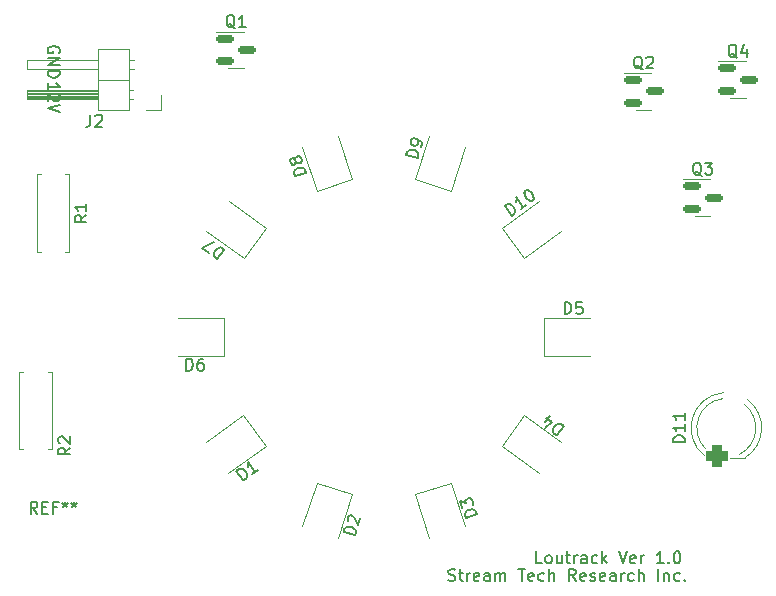
<source format=gto>
G04 #@! TF.GenerationSoftware,KiCad,Pcbnew,(6.0.9-0)*
G04 #@! TF.CreationDate,2024-08-31T06:56:55+09:00*
G04 #@! TF.ProjectId,LEDHat,4c454448-6174-42e6-9b69-6361645f7063,rev?*
G04 #@! TF.SameCoordinates,Original*
G04 #@! TF.FileFunction,Legend,Top*
G04 #@! TF.FilePolarity,Positive*
%FSLAX46Y46*%
G04 Gerber Fmt 4.6, Leading zero omitted, Abs format (unit mm)*
G04 Created by KiCad (PCBNEW (6.0.9-0)) date 2024-08-31 06:56:55*
%MOMM*%
%LPD*%
G01*
G04 APERTURE LIST*
G04 Aperture macros list*
%AMRoundRect*
0 Rectangle with rounded corners*
0 $1 Rounding radius*
0 $2 $3 $4 $5 $6 $7 $8 $9 X,Y pos of 4 corners*
0 Add a 4 corners polygon primitive as box body*
4,1,4,$2,$3,$4,$5,$6,$7,$8,$9,$2,$3,0*
0 Add four circle primitives for the rounded corners*
1,1,$1+$1,$2,$3*
1,1,$1+$1,$4,$5*
1,1,$1+$1,$6,$7*
1,1,$1+$1,$8,$9*
0 Add four rect primitives between the rounded corners*
20,1,$1+$1,$2,$3,$4,$5,0*
20,1,$1+$1,$4,$5,$6,$7,0*
20,1,$1+$1,$6,$7,$8,$9,0*
20,1,$1+$1,$8,$9,$2,$3,0*%
%AMRotRect*
0 Rectangle, with rotation*
0 The origin of the aperture is its center*
0 $1 length*
0 $2 width*
0 $3 Rotation angle, in degrees counterclockwise*
0 Add horizontal line*
21,1,$1,$2,0,0,$3*%
G04 Aperture macros list end*
%ADD10C,0.150000*%
%ADD11C,0.120000*%
%ADD12RotRect,2.500000X2.200000X144.000000*%
%ADD13RotRect,1.550000X2.200000X144.000000*%
%ADD14C,2.700000*%
%ADD15RotRect,2.500000X2.200000X108.000000*%
%ADD16RotRect,1.550000X2.200000X108.000000*%
%ADD17C,3.200000*%
%ADD18RoundRect,0.150000X-0.587500X-0.150000X0.587500X-0.150000X0.587500X0.150000X-0.587500X0.150000X0*%
%ADD19RoundRect,0.450000X0.450000X-0.450000X0.450000X0.450000X-0.450000X0.450000X-0.450000X-0.450000X0*%
%ADD20C,1.800000*%
%ADD21O,1.700000X1.700000*%
%ADD22R,1.700000X1.700000*%
%ADD23RotRect,2.500000X2.200000X216.000000*%
%ADD24RotRect,1.550000X2.200000X216.000000*%
%ADD25RotRect,2.500000X2.200000X252.000000*%
%ADD26RotRect,1.550000X2.200000X252.000000*%
%ADD27C,1.600000*%
%ADD28O,1.600000X1.600000*%
%ADD29R,2.500000X2.200000*%
%ADD30R,1.550000X2.200000*%
%ADD31RotRect,2.500000X2.200000X72.000000*%
%ADD32RotRect,1.550000X2.200000X72.000000*%
%ADD33RotRect,2.500000X2.200000X288.000000*%
%ADD34RotRect,1.550000X2.200000X288.000000*%
%ADD35RotRect,2.500000X2.200000X36.000000*%
%ADD36RotRect,1.550000X2.200000X36.000000*%
%ADD37RotRect,2.500000X2.200000X324.000000*%
%ADD38RotRect,1.550000X2.200000X324.000000*%
G04 APERTURE END LIST*
D10*
X53047619Y-72880952D02*
X53047619Y-72309523D01*
X53047619Y-72595238D02*
X54047619Y-72595238D01*
X53904761Y-72500000D01*
X53809523Y-72404761D01*
X53761904Y-72309523D01*
X53952380Y-73261904D02*
X54000000Y-73309523D01*
X54047619Y-73404761D01*
X54047619Y-73642857D01*
X54000000Y-73738095D01*
X53952380Y-73785714D01*
X53857142Y-73833333D01*
X53761904Y-73833333D01*
X53619047Y-73785714D01*
X53047619Y-73214285D01*
X53047619Y-73833333D01*
X54047619Y-74119047D02*
X53047619Y-74452380D01*
X54047619Y-74785714D01*
X86976190Y-114404761D02*
X87119047Y-114452380D01*
X87357142Y-114452380D01*
X87452380Y-114404761D01*
X87500000Y-114357142D01*
X87547619Y-114261904D01*
X87547619Y-114166666D01*
X87500000Y-114071428D01*
X87452380Y-114023809D01*
X87357142Y-113976190D01*
X87166666Y-113928571D01*
X87071428Y-113880952D01*
X87023809Y-113833333D01*
X86976190Y-113738095D01*
X86976190Y-113642857D01*
X87023809Y-113547619D01*
X87071428Y-113500000D01*
X87166666Y-113452380D01*
X87404761Y-113452380D01*
X87547619Y-113500000D01*
X87833333Y-113785714D02*
X88214285Y-113785714D01*
X87976190Y-113452380D02*
X87976190Y-114309523D01*
X88023809Y-114404761D01*
X88119047Y-114452380D01*
X88214285Y-114452380D01*
X88547619Y-114452380D02*
X88547619Y-113785714D01*
X88547619Y-113976190D02*
X88595238Y-113880952D01*
X88642857Y-113833333D01*
X88738095Y-113785714D01*
X88833333Y-113785714D01*
X89547619Y-114404761D02*
X89452380Y-114452380D01*
X89261904Y-114452380D01*
X89166666Y-114404761D01*
X89119047Y-114309523D01*
X89119047Y-113928571D01*
X89166666Y-113833333D01*
X89261904Y-113785714D01*
X89452380Y-113785714D01*
X89547619Y-113833333D01*
X89595238Y-113928571D01*
X89595238Y-114023809D01*
X89119047Y-114119047D01*
X90452380Y-114452380D02*
X90452380Y-113928571D01*
X90404761Y-113833333D01*
X90309523Y-113785714D01*
X90119047Y-113785714D01*
X90023809Y-113833333D01*
X90452380Y-114404761D02*
X90357142Y-114452380D01*
X90119047Y-114452380D01*
X90023809Y-114404761D01*
X89976190Y-114309523D01*
X89976190Y-114214285D01*
X90023809Y-114119047D01*
X90119047Y-114071428D01*
X90357142Y-114071428D01*
X90452380Y-114023809D01*
X90928571Y-114452380D02*
X90928571Y-113785714D01*
X90928571Y-113880952D02*
X90976190Y-113833333D01*
X91071428Y-113785714D01*
X91214285Y-113785714D01*
X91309523Y-113833333D01*
X91357142Y-113928571D01*
X91357142Y-114452380D01*
X91357142Y-113928571D02*
X91404761Y-113833333D01*
X91500000Y-113785714D01*
X91642857Y-113785714D01*
X91738095Y-113833333D01*
X91785714Y-113928571D01*
X91785714Y-114452380D01*
X92880952Y-113452380D02*
X93452380Y-113452380D01*
X93166666Y-114452380D02*
X93166666Y-113452380D01*
X94166666Y-114404761D02*
X94071428Y-114452380D01*
X93880952Y-114452380D01*
X93785714Y-114404761D01*
X93738095Y-114309523D01*
X93738095Y-113928571D01*
X93785714Y-113833333D01*
X93880952Y-113785714D01*
X94071428Y-113785714D01*
X94166666Y-113833333D01*
X94214285Y-113928571D01*
X94214285Y-114023809D01*
X93738095Y-114119047D01*
X95071428Y-114404761D02*
X94976190Y-114452380D01*
X94785714Y-114452380D01*
X94690476Y-114404761D01*
X94642857Y-114357142D01*
X94595238Y-114261904D01*
X94595238Y-113976190D01*
X94642857Y-113880952D01*
X94690476Y-113833333D01*
X94785714Y-113785714D01*
X94976190Y-113785714D01*
X95071428Y-113833333D01*
X95500000Y-114452380D02*
X95500000Y-113452380D01*
X95928571Y-114452380D02*
X95928571Y-113928571D01*
X95880952Y-113833333D01*
X95785714Y-113785714D01*
X95642857Y-113785714D01*
X95547619Y-113833333D01*
X95500000Y-113880952D01*
X97738095Y-114452380D02*
X97404761Y-113976190D01*
X97166666Y-114452380D02*
X97166666Y-113452380D01*
X97547619Y-113452380D01*
X97642857Y-113500000D01*
X97690476Y-113547619D01*
X97738095Y-113642857D01*
X97738095Y-113785714D01*
X97690476Y-113880952D01*
X97642857Y-113928571D01*
X97547619Y-113976190D01*
X97166666Y-113976190D01*
X98547619Y-114404761D02*
X98452380Y-114452380D01*
X98261904Y-114452380D01*
X98166666Y-114404761D01*
X98119047Y-114309523D01*
X98119047Y-113928571D01*
X98166666Y-113833333D01*
X98261904Y-113785714D01*
X98452380Y-113785714D01*
X98547619Y-113833333D01*
X98595238Y-113928571D01*
X98595238Y-114023809D01*
X98119047Y-114119047D01*
X98976190Y-114404761D02*
X99071428Y-114452380D01*
X99261904Y-114452380D01*
X99357142Y-114404761D01*
X99404761Y-114309523D01*
X99404761Y-114261904D01*
X99357142Y-114166666D01*
X99261904Y-114119047D01*
X99119047Y-114119047D01*
X99023809Y-114071428D01*
X98976190Y-113976190D01*
X98976190Y-113928571D01*
X99023809Y-113833333D01*
X99119047Y-113785714D01*
X99261904Y-113785714D01*
X99357142Y-113833333D01*
X100214285Y-114404761D02*
X100119047Y-114452380D01*
X99928571Y-114452380D01*
X99833333Y-114404761D01*
X99785714Y-114309523D01*
X99785714Y-113928571D01*
X99833333Y-113833333D01*
X99928571Y-113785714D01*
X100119047Y-113785714D01*
X100214285Y-113833333D01*
X100261904Y-113928571D01*
X100261904Y-114023809D01*
X99785714Y-114119047D01*
X101119047Y-114452380D02*
X101119047Y-113928571D01*
X101071428Y-113833333D01*
X100976190Y-113785714D01*
X100785714Y-113785714D01*
X100690476Y-113833333D01*
X101119047Y-114404761D02*
X101023809Y-114452380D01*
X100785714Y-114452380D01*
X100690476Y-114404761D01*
X100642857Y-114309523D01*
X100642857Y-114214285D01*
X100690476Y-114119047D01*
X100785714Y-114071428D01*
X101023809Y-114071428D01*
X101119047Y-114023809D01*
X101595238Y-114452380D02*
X101595238Y-113785714D01*
X101595238Y-113976190D02*
X101642857Y-113880952D01*
X101690476Y-113833333D01*
X101785714Y-113785714D01*
X101880952Y-113785714D01*
X102642857Y-114404761D02*
X102547619Y-114452380D01*
X102357142Y-114452380D01*
X102261904Y-114404761D01*
X102214285Y-114357142D01*
X102166666Y-114261904D01*
X102166666Y-113976190D01*
X102214285Y-113880952D01*
X102261904Y-113833333D01*
X102357142Y-113785714D01*
X102547619Y-113785714D01*
X102642857Y-113833333D01*
X103071428Y-114452380D02*
X103071428Y-113452380D01*
X103500000Y-114452380D02*
X103500000Y-113928571D01*
X103452380Y-113833333D01*
X103357142Y-113785714D01*
X103214285Y-113785714D01*
X103119047Y-113833333D01*
X103071428Y-113880952D01*
X104738095Y-114452380D02*
X104738095Y-113452380D01*
X105214285Y-113785714D02*
X105214285Y-114452380D01*
X105214285Y-113880952D02*
X105261904Y-113833333D01*
X105357142Y-113785714D01*
X105500000Y-113785714D01*
X105595238Y-113833333D01*
X105642857Y-113928571D01*
X105642857Y-114452380D01*
X106547619Y-114404761D02*
X106452380Y-114452380D01*
X106261904Y-114452380D01*
X106166666Y-114404761D01*
X106119047Y-114357142D01*
X106071428Y-114261904D01*
X106071428Y-113976190D01*
X106119047Y-113880952D01*
X106166666Y-113833333D01*
X106261904Y-113785714D01*
X106452380Y-113785714D01*
X106547619Y-113833333D01*
X106976190Y-114357142D02*
X107023809Y-114404761D01*
X106976190Y-114452380D01*
X106928571Y-114404761D01*
X106976190Y-114357142D01*
X106976190Y-114452380D01*
X94904761Y-112952380D02*
X94428571Y-112952380D01*
X94428571Y-111952380D01*
X95380952Y-112952380D02*
X95285714Y-112904761D01*
X95238095Y-112857142D01*
X95190476Y-112761904D01*
X95190476Y-112476190D01*
X95238095Y-112380952D01*
X95285714Y-112333333D01*
X95380952Y-112285714D01*
X95523809Y-112285714D01*
X95619047Y-112333333D01*
X95666666Y-112380952D01*
X95714285Y-112476190D01*
X95714285Y-112761904D01*
X95666666Y-112857142D01*
X95619047Y-112904761D01*
X95523809Y-112952380D01*
X95380952Y-112952380D01*
X96571428Y-112285714D02*
X96571428Y-112952380D01*
X96142857Y-112285714D02*
X96142857Y-112809523D01*
X96190476Y-112904761D01*
X96285714Y-112952380D01*
X96428571Y-112952380D01*
X96523809Y-112904761D01*
X96571428Y-112857142D01*
X96904761Y-112285714D02*
X97285714Y-112285714D01*
X97047619Y-111952380D02*
X97047619Y-112809523D01*
X97095238Y-112904761D01*
X97190476Y-112952380D01*
X97285714Y-112952380D01*
X97619047Y-112952380D02*
X97619047Y-112285714D01*
X97619047Y-112476190D02*
X97666666Y-112380952D01*
X97714285Y-112333333D01*
X97809523Y-112285714D01*
X97904761Y-112285714D01*
X98666666Y-112952380D02*
X98666666Y-112428571D01*
X98619047Y-112333333D01*
X98523809Y-112285714D01*
X98333333Y-112285714D01*
X98238095Y-112333333D01*
X98666666Y-112904761D02*
X98571428Y-112952380D01*
X98333333Y-112952380D01*
X98238095Y-112904761D01*
X98190476Y-112809523D01*
X98190476Y-112714285D01*
X98238095Y-112619047D01*
X98333333Y-112571428D01*
X98571428Y-112571428D01*
X98666666Y-112523809D01*
X99571428Y-112904761D02*
X99476190Y-112952380D01*
X99285714Y-112952380D01*
X99190476Y-112904761D01*
X99142857Y-112857142D01*
X99095238Y-112761904D01*
X99095238Y-112476190D01*
X99142857Y-112380952D01*
X99190476Y-112333333D01*
X99285714Y-112285714D01*
X99476190Y-112285714D01*
X99571428Y-112333333D01*
X100000000Y-112952380D02*
X100000000Y-111952380D01*
X100095238Y-112571428D02*
X100380952Y-112952380D01*
X100380952Y-112285714D02*
X100000000Y-112666666D01*
X101428571Y-111952380D02*
X101761904Y-112952380D01*
X102095238Y-111952380D01*
X102809523Y-112904761D02*
X102714285Y-112952380D01*
X102523809Y-112952380D01*
X102428571Y-112904761D01*
X102380952Y-112809523D01*
X102380952Y-112428571D01*
X102428571Y-112333333D01*
X102523809Y-112285714D01*
X102714285Y-112285714D01*
X102809523Y-112333333D01*
X102857142Y-112428571D01*
X102857142Y-112523809D01*
X102380952Y-112619047D01*
X103285714Y-112952380D02*
X103285714Y-112285714D01*
X103285714Y-112476190D02*
X103333333Y-112380952D01*
X103380952Y-112333333D01*
X103476190Y-112285714D01*
X103571428Y-112285714D01*
X105190476Y-112952380D02*
X104619047Y-112952380D01*
X104904761Y-112952380D02*
X104904761Y-111952380D01*
X104809523Y-112095238D01*
X104714285Y-112190476D01*
X104619047Y-112238095D01*
X105619047Y-112857142D02*
X105666666Y-112904761D01*
X105619047Y-112952380D01*
X105571428Y-112904761D01*
X105619047Y-112857142D01*
X105619047Y-112952380D01*
X106285714Y-111952380D02*
X106380952Y-111952380D01*
X106476190Y-112000000D01*
X106523809Y-112047619D01*
X106571428Y-112142857D01*
X106619047Y-112333333D01*
X106619047Y-112571428D01*
X106571428Y-112761904D01*
X106523809Y-112857142D01*
X106476190Y-112904761D01*
X106380952Y-112952380D01*
X106285714Y-112952380D01*
X106190476Y-112904761D01*
X106142857Y-112857142D01*
X106095238Y-112761904D01*
X106047619Y-112571428D01*
X106047619Y-112333333D01*
X106095238Y-112142857D01*
X106142857Y-112047619D01*
X106190476Y-112000000D01*
X106285714Y-111952380D01*
X54000000Y-69738095D02*
X54047619Y-69642857D01*
X54047619Y-69500000D01*
X54000000Y-69357142D01*
X53904761Y-69261904D01*
X53809523Y-69214285D01*
X53619047Y-69166666D01*
X53476190Y-69166666D01*
X53285714Y-69214285D01*
X53190476Y-69261904D01*
X53095238Y-69357142D01*
X53047619Y-69500000D01*
X53047619Y-69595238D01*
X53095238Y-69738095D01*
X53142857Y-69785714D01*
X53476190Y-69785714D01*
X53476190Y-69595238D01*
X53047619Y-70214285D02*
X54047619Y-70214285D01*
X53047619Y-70785714D01*
X54047619Y-70785714D01*
X53047619Y-71261904D02*
X54047619Y-71261904D01*
X54047619Y-71500000D01*
X54000000Y-71642857D01*
X53904761Y-71738095D01*
X53809523Y-71785714D01*
X53619047Y-71833333D01*
X53476190Y-71833333D01*
X53285714Y-71785714D01*
X53190476Y-71738095D01*
X53095238Y-71642857D01*
X53047619Y-71500000D01*
X53047619Y-71261904D01*
X68008077Y-86392323D02*
X67420292Y-87201340D01*
X67227669Y-87061391D01*
X67140085Y-86938897D01*
X67119015Y-86805869D01*
X67136470Y-86700830D01*
X67209904Y-86518741D01*
X67293874Y-86403167D01*
X67444357Y-86277059D01*
X67538861Y-86227999D01*
X67671890Y-86206930D01*
X67815454Y-86252374D01*
X68008077Y-86392323D01*
X66688324Y-86669534D02*
X66148979Y-86277678D01*
X67083486Y-85720569D01*
X74931515Y-79874302D02*
X73980459Y-80183319D01*
X73906883Y-79956877D01*
X73908026Y-79806297D01*
X73969173Y-79686290D01*
X74045035Y-79611571D01*
X74211473Y-79507423D01*
X74347339Y-79463277D01*
X74543207Y-79449705D01*
X74648499Y-79465564D01*
X74768506Y-79526710D01*
X74857940Y-79647860D01*
X74931515Y-79874302D01*
X74034892Y-78963962D02*
X74019034Y-79069254D01*
X73988461Y-79129257D01*
X73912599Y-79203976D01*
X73867311Y-79218691D01*
X73762019Y-79202833D01*
X73702015Y-79172259D01*
X73627297Y-79096398D01*
X73568436Y-78915244D01*
X73584294Y-78809952D01*
X73614868Y-78749949D01*
X73690729Y-78675230D01*
X73736018Y-78660515D01*
X73841310Y-78676373D01*
X73901313Y-78706946D01*
X73976032Y-78782808D01*
X74034892Y-78963962D01*
X74109611Y-79039824D01*
X74169614Y-79070397D01*
X74274906Y-79086255D01*
X74456060Y-79027395D01*
X74531922Y-78952676D01*
X74562495Y-78892673D01*
X74578353Y-78787381D01*
X74519493Y-78606227D01*
X74444774Y-78530365D01*
X74384771Y-78499792D01*
X74279479Y-78483934D01*
X74098325Y-78542794D01*
X74022463Y-78617513D01*
X73991890Y-78677516D01*
X73976032Y-78782808D01*
X111404761Y-70147619D02*
X111309523Y-70100000D01*
X111214285Y-70004761D01*
X111071428Y-69861904D01*
X110976190Y-69814285D01*
X110880952Y-69814285D01*
X110928571Y-70052380D02*
X110833333Y-70004761D01*
X110738095Y-69909523D01*
X110690476Y-69719047D01*
X110690476Y-69385714D01*
X110738095Y-69195238D01*
X110833333Y-69100000D01*
X110928571Y-69052380D01*
X111119047Y-69052380D01*
X111214285Y-69100000D01*
X111309523Y-69195238D01*
X111357142Y-69385714D01*
X111357142Y-69719047D01*
X111309523Y-69909523D01*
X111214285Y-70004761D01*
X111119047Y-70052380D01*
X110928571Y-70052380D01*
X112214285Y-69385714D02*
X112214285Y-70052380D01*
X111976190Y-69004761D02*
X111738095Y-69719047D01*
X112357142Y-69719047D01*
X108404761Y-80147619D02*
X108309523Y-80100000D01*
X108214285Y-80004761D01*
X108071428Y-79861904D01*
X107976190Y-79814285D01*
X107880952Y-79814285D01*
X107928571Y-80052380D02*
X107833333Y-80004761D01*
X107738095Y-79909523D01*
X107690476Y-79719047D01*
X107690476Y-79385714D01*
X107738095Y-79195238D01*
X107833333Y-79100000D01*
X107928571Y-79052380D01*
X108119047Y-79052380D01*
X108214285Y-79100000D01*
X108309523Y-79195238D01*
X108357142Y-79385714D01*
X108357142Y-79719047D01*
X108309523Y-79909523D01*
X108214285Y-80004761D01*
X108119047Y-80052380D01*
X107928571Y-80052380D01*
X108690476Y-79052380D02*
X109309523Y-79052380D01*
X108976190Y-79433333D01*
X109119047Y-79433333D01*
X109214285Y-79480952D01*
X109261904Y-79528571D01*
X109309523Y-79623809D01*
X109309523Y-79861904D01*
X109261904Y-79957142D01*
X109214285Y-80004761D01*
X109119047Y-80052380D01*
X108833333Y-80052380D01*
X108738095Y-80004761D01*
X108690476Y-79957142D01*
X68904761Y-67647619D02*
X68809523Y-67600000D01*
X68714285Y-67504761D01*
X68571428Y-67361904D01*
X68476190Y-67314285D01*
X68380952Y-67314285D01*
X68428571Y-67552380D02*
X68333333Y-67504761D01*
X68238095Y-67409523D01*
X68190476Y-67219047D01*
X68190476Y-66885714D01*
X68238095Y-66695238D01*
X68333333Y-66600000D01*
X68428571Y-66552380D01*
X68619047Y-66552380D01*
X68714285Y-66600000D01*
X68809523Y-66695238D01*
X68857142Y-66885714D01*
X68857142Y-67219047D01*
X68809523Y-67409523D01*
X68714285Y-67504761D01*
X68619047Y-67552380D01*
X68428571Y-67552380D01*
X69809523Y-67552380D02*
X69238095Y-67552380D01*
X69523809Y-67552380D02*
X69523809Y-66552380D01*
X69428571Y-66695238D01*
X69333333Y-66790476D01*
X69238095Y-66838095D01*
X106994380Y-102711285D02*
X105994380Y-102711285D01*
X105994380Y-102473190D01*
X106042000Y-102330333D01*
X106137238Y-102235095D01*
X106232476Y-102187476D01*
X106422952Y-102139857D01*
X106565809Y-102139857D01*
X106756285Y-102187476D01*
X106851523Y-102235095D01*
X106946761Y-102330333D01*
X106994380Y-102473190D01*
X106994380Y-102711285D01*
X106994380Y-101187476D02*
X106994380Y-101758904D01*
X106994380Y-101473190D02*
X105994380Y-101473190D01*
X106137238Y-101568428D01*
X106232476Y-101663666D01*
X106280095Y-101758904D01*
X106994380Y-100235095D02*
X106994380Y-100806523D01*
X106994380Y-100520809D02*
X105994380Y-100520809D01*
X106137238Y-100616047D01*
X106232476Y-100711285D01*
X106280095Y-100806523D01*
X56656666Y-74997380D02*
X56656666Y-75711666D01*
X56609047Y-75854523D01*
X56513809Y-75949761D01*
X56370952Y-75997380D01*
X56275714Y-75997380D01*
X57085238Y-75092619D02*
X57132857Y-75045000D01*
X57228095Y-74997380D01*
X57466190Y-74997380D01*
X57561428Y-75045000D01*
X57609047Y-75092619D01*
X57656666Y-75187857D01*
X57656666Y-75283095D01*
X57609047Y-75425952D01*
X57037619Y-75997380D01*
X57656666Y-75997380D01*
X69610184Y-105933419D02*
X69022399Y-105124402D01*
X69215022Y-104984453D01*
X69358585Y-104939008D01*
X69491614Y-104960078D01*
X69586118Y-105009137D01*
X69736602Y-105135246D01*
X69820571Y-105250820D01*
X69894006Y-105432908D01*
X69911461Y-105537947D01*
X69890391Y-105670976D01*
X69802807Y-105793470D01*
X69610184Y-105933419D01*
X70842972Y-105037746D02*
X70380676Y-105373623D01*
X70611824Y-105205685D02*
X70024039Y-104396668D01*
X70030959Y-104568221D01*
X70009889Y-104701250D01*
X69960830Y-104795754D01*
X79040419Y-110587697D02*
X78089363Y-110278680D01*
X78162938Y-110052238D01*
X78252372Y-109931088D01*
X78372379Y-109869941D01*
X78477671Y-109854083D01*
X78673540Y-109867655D01*
X78809405Y-109911800D01*
X78975843Y-110015949D01*
X79051705Y-110090668D01*
X79112852Y-110210675D01*
X79113995Y-110361255D01*
X79040419Y-110587697D01*
X78474242Y-109402342D02*
X78443668Y-109342339D01*
X78427810Y-109237047D01*
X78501386Y-109010605D01*
X78576104Y-108934743D01*
X78636108Y-108904170D01*
X78741400Y-108888312D01*
X78831976Y-108917742D01*
X78953126Y-109007175D01*
X79320006Y-109727217D01*
X79511302Y-109138468D01*
X54952380Y-103166666D02*
X54476190Y-103500000D01*
X54952380Y-103738095D02*
X53952380Y-103738095D01*
X53952380Y-103357142D01*
X54000000Y-103261904D01*
X54047619Y-103214285D01*
X54142857Y-103166666D01*
X54285714Y-103166666D01*
X54380952Y-103214285D01*
X54428571Y-103261904D01*
X54476190Y-103357142D01*
X54476190Y-103738095D01*
X54047619Y-102785714D02*
X54000000Y-102738095D01*
X53952380Y-102642857D01*
X53952380Y-102404761D01*
X54000000Y-102309523D01*
X54047619Y-102261904D01*
X54142857Y-102214285D01*
X54238095Y-102214285D01*
X54380952Y-102261904D01*
X54952380Y-102833333D01*
X54952380Y-102214285D01*
X96811904Y-91839769D02*
X96811904Y-90839769D01*
X97050000Y-90839769D01*
X97192857Y-90887389D01*
X97288095Y-90982627D01*
X97335714Y-91077865D01*
X97383333Y-91268341D01*
X97383333Y-91411198D01*
X97335714Y-91601674D01*
X97288095Y-91696912D01*
X97192857Y-91792150D01*
X97050000Y-91839769D01*
X96811904Y-91839769D01*
X98288095Y-90839769D02*
X97811904Y-90839769D01*
X97764285Y-91315960D01*
X97811904Y-91268341D01*
X97907142Y-91220722D01*
X98145238Y-91220722D01*
X98240476Y-91268341D01*
X98288095Y-91315960D01*
X98335714Y-91411198D01*
X98335714Y-91649293D01*
X98288095Y-91744531D01*
X98240476Y-91792150D01*
X98145238Y-91839769D01*
X97907142Y-91839769D01*
X97811904Y-91792150D01*
X97764285Y-91744531D01*
X84363891Y-78670607D02*
X83412835Y-78361590D01*
X83486410Y-78135148D01*
X83575844Y-78013998D01*
X83695851Y-77952851D01*
X83801143Y-77936993D01*
X83997012Y-77950565D01*
X84132877Y-77994710D01*
X84299315Y-78098859D01*
X84375177Y-78173578D01*
X84436324Y-78293585D01*
X84437467Y-78444165D01*
X84363891Y-78670607D01*
X84687623Y-77674262D02*
X84746484Y-77493109D01*
X84730626Y-77387817D01*
X84700052Y-77327813D01*
X84593617Y-77193091D01*
X84427179Y-77088942D01*
X84064872Y-76971222D01*
X83959580Y-76987080D01*
X83899576Y-77017653D01*
X83824858Y-77093515D01*
X83765997Y-77274668D01*
X83781855Y-77379960D01*
X83812429Y-77439964D01*
X83888290Y-77514682D01*
X84114732Y-77588258D01*
X84220024Y-77572400D01*
X84280028Y-77541826D01*
X84354746Y-77465965D01*
X84413607Y-77284811D01*
X84397749Y-77179519D01*
X84367175Y-77119516D01*
X84291314Y-77044797D01*
X89385131Y-108824828D02*
X88434075Y-109133845D01*
X88360499Y-108907403D01*
X88361642Y-108756823D01*
X88422789Y-108636816D01*
X88498651Y-108562097D01*
X88665089Y-108457949D01*
X88800955Y-108413803D01*
X88996823Y-108400231D01*
X89102115Y-108416090D01*
X89222122Y-108477236D01*
X89311556Y-108598386D01*
X89385131Y-108824828D01*
X88154488Y-108273366D02*
X87963192Y-107684616D01*
X88428505Y-107883914D01*
X88384359Y-107748049D01*
X88400218Y-107642757D01*
X88430791Y-107582754D01*
X88506653Y-107508035D01*
X88733095Y-107434460D01*
X88838387Y-107450318D01*
X88898390Y-107480891D01*
X88973109Y-107556753D01*
X89061399Y-107828483D01*
X89045541Y-107933775D01*
X89014968Y-107993779D01*
X92317112Y-83520907D02*
X91729326Y-82711890D01*
X91921949Y-82571941D01*
X92065513Y-82526496D01*
X92198542Y-82547566D01*
X92293046Y-82596625D01*
X92443530Y-82722734D01*
X92527499Y-82838308D01*
X92600934Y-83020396D01*
X92618388Y-83125435D01*
X92597319Y-83258464D01*
X92509735Y-83380958D01*
X92317112Y-83520907D01*
X93549899Y-82625234D02*
X93087604Y-82961111D01*
X93318752Y-82793172D02*
X92730966Y-81984155D01*
X92737886Y-82155709D01*
X92716817Y-82288738D01*
X92667757Y-82383242D01*
X93462934Y-81452350D02*
X93539983Y-81396370D01*
X93645022Y-81378915D01*
X93711537Y-81389450D01*
X93806041Y-81438510D01*
X93956525Y-81564618D01*
X94096474Y-81757241D01*
X94169908Y-81939330D01*
X94187363Y-82044369D01*
X94176828Y-82110883D01*
X94127769Y-82205387D01*
X94050719Y-82261367D01*
X93945680Y-82278822D01*
X93879166Y-82268287D01*
X93784662Y-82219227D01*
X93634178Y-82093119D01*
X93494229Y-81900496D01*
X93420795Y-81718407D01*
X93403340Y-81613368D01*
X93413875Y-81546854D01*
X93462934Y-81452350D01*
X64761904Y-96639769D02*
X64761904Y-95639769D01*
X65000000Y-95639769D01*
X65142857Y-95687389D01*
X65238095Y-95782627D01*
X65285714Y-95877865D01*
X65333333Y-96068341D01*
X65333333Y-96211198D01*
X65285714Y-96401674D01*
X65238095Y-96496912D01*
X65142857Y-96592150D01*
X65000000Y-96639769D01*
X64761904Y-96639769D01*
X66190476Y-95639769D02*
X66000000Y-95639769D01*
X65904761Y-95687389D01*
X65857142Y-95735008D01*
X65761904Y-95877865D01*
X65714285Y-96068341D01*
X65714285Y-96449293D01*
X65761904Y-96544531D01*
X65809523Y-96592150D01*
X65904761Y-96639769D01*
X66095238Y-96639769D01*
X66190476Y-96592150D01*
X66238095Y-96544531D01*
X66285714Y-96449293D01*
X66285714Y-96211198D01*
X66238095Y-96115960D01*
X66190476Y-96068341D01*
X66095238Y-96020722D01*
X65904761Y-96020722D01*
X65809523Y-96068341D01*
X65761904Y-96115960D01*
X65714285Y-96211198D01*
X103404761Y-71147619D02*
X103309523Y-71100000D01*
X103214285Y-71004761D01*
X103071428Y-70861904D01*
X102976190Y-70814285D01*
X102880952Y-70814285D01*
X102928571Y-71052380D02*
X102833333Y-71004761D01*
X102738095Y-70909523D01*
X102690476Y-70719047D01*
X102690476Y-70385714D01*
X102738095Y-70195238D01*
X102833333Y-70100000D01*
X102928571Y-70052380D01*
X103119047Y-70052380D01*
X103214285Y-70100000D01*
X103309523Y-70195238D01*
X103357142Y-70385714D01*
X103357142Y-70719047D01*
X103309523Y-70909523D01*
X103214285Y-71004761D01*
X103119047Y-71052380D01*
X102928571Y-71052380D01*
X103738095Y-70147619D02*
X103785714Y-70100000D01*
X103880952Y-70052380D01*
X104119047Y-70052380D01*
X104214285Y-70100000D01*
X104261904Y-70147619D01*
X104309523Y-70242857D01*
X104309523Y-70338095D01*
X104261904Y-70480952D01*
X103690476Y-71052380D01*
X104309523Y-71052380D01*
X96717991Y-101318169D02*
X96130206Y-102127186D01*
X95937583Y-101987237D01*
X95849999Y-101864743D01*
X95828929Y-101731715D01*
X95846384Y-101626676D01*
X95919818Y-101444587D01*
X96003788Y-101329013D01*
X96154271Y-101202905D01*
X96248775Y-101153845D01*
X96381804Y-101132776D01*
X96525368Y-101178220D01*
X96717991Y-101318169D01*
X95170396Y-101017821D02*
X95562252Y-100478476D01*
X95139100Y-101465966D02*
X95751570Y-101028046D01*
X95250750Y-100664179D01*
X56322380Y-83476666D02*
X55846190Y-83810000D01*
X56322380Y-84048095D02*
X55322380Y-84048095D01*
X55322380Y-83667142D01*
X55370000Y-83571904D01*
X55417619Y-83524285D01*
X55512857Y-83476666D01*
X55655714Y-83476666D01*
X55750952Y-83524285D01*
X55798571Y-83571904D01*
X55846190Y-83667142D01*
X55846190Y-84048095D01*
X56322380Y-82524285D02*
X56322380Y-83095714D01*
X56322380Y-82810000D02*
X55322380Y-82810000D01*
X55465238Y-82905238D01*
X55560476Y-83000476D01*
X55608095Y-83095714D01*
X52166666Y-108752380D02*
X51833333Y-108276190D01*
X51595238Y-108752380D02*
X51595238Y-107752380D01*
X51976190Y-107752380D01*
X52071428Y-107800000D01*
X52119047Y-107847619D01*
X52166666Y-107942857D01*
X52166666Y-108085714D01*
X52119047Y-108180952D01*
X52071428Y-108228571D01*
X51976190Y-108276190D01*
X51595238Y-108276190D01*
X52595238Y-108228571D02*
X52928571Y-108228571D01*
X53071428Y-108752380D02*
X52595238Y-108752380D01*
X52595238Y-107752380D01*
X53071428Y-107752380D01*
X53833333Y-108228571D02*
X53500000Y-108228571D01*
X53500000Y-108752380D02*
X53500000Y-107752380D01*
X53976190Y-107752380D01*
X54500000Y-107752380D02*
X54500000Y-107990476D01*
X54261904Y-107895238D02*
X54500000Y-107990476D01*
X54738095Y-107895238D01*
X54357142Y-108180952D02*
X54500000Y-107990476D01*
X54642857Y-108180952D01*
X55261904Y-107752380D02*
X55261904Y-107990476D01*
X55023809Y-107895238D02*
X55261904Y-107990476D01*
X55500000Y-107895238D01*
X55119047Y-108180952D02*
X55261904Y-107990476D01*
X55404761Y-108180952D01*
D11*
X68363561Y-82265498D02*
X71518727Y-84557861D01*
X66482648Y-84854353D02*
X69637814Y-87146715D01*
X69637814Y-87146715D02*
X71518727Y-84557861D01*
X77644795Y-76744579D02*
X78849961Y-80453699D01*
X74601414Y-77733433D02*
X75806580Y-81442553D01*
X75806580Y-81442553D02*
X78849961Y-80453699D01*
X111500000Y-73560000D02*
X110850000Y-73560000D01*
X111500000Y-70440000D02*
X112150000Y-70440000D01*
X111500000Y-70440000D02*
X109825000Y-70440000D01*
X111500000Y-73560000D02*
X112150000Y-73560000D01*
X108500000Y-83560000D02*
X109150000Y-83560000D01*
X108500000Y-80440000D02*
X106825000Y-80440000D01*
X108500000Y-83560000D02*
X107850000Y-83560000D01*
X108500000Y-80440000D02*
X109150000Y-80440000D01*
X69000000Y-71060000D02*
X69650000Y-71060000D01*
X69000000Y-71060000D02*
X68350000Y-71060000D01*
X69000000Y-67940000D02*
X67325000Y-67940000D01*
X69000000Y-67940000D02*
X69650000Y-67940000D01*
X110801188Y-104057000D02*
X112047000Y-104057000D01*
X110215579Y-99016910D02*
G75*
G03*
X108724001Y-103249599I286421J-2480090D01*
G01*
X112046830Y-104057000D02*
G75*
G03*
X112296887Y-99105666I-1544830J2560000D01*
G01*
X111582000Y-103751684D02*
G75*
G03*
X112055056Y-99537914I-1080000J2254684D01*
G01*
X110243784Y-98520164D02*
G75*
G03*
X108702000Y-103882000I258216J-2976836D01*
G01*
X62645000Y-73275000D02*
X62645000Y-74545000D01*
X57275000Y-69405000D02*
X57275000Y-74605000D01*
X60332071Y-71115000D02*
X59935000Y-71115000D01*
X57275000Y-71115000D02*
X51275000Y-71115000D01*
X60332071Y-70355000D02*
X59935000Y-70355000D01*
X57275000Y-73235000D02*
X51275000Y-73235000D01*
X57275000Y-72995000D02*
X51275000Y-72995000D01*
X57275000Y-73475000D02*
X51275000Y-73475000D01*
X57275000Y-73115000D02*
X51275000Y-73115000D01*
X59935000Y-69405000D02*
X57275000Y-69405000D01*
X51275000Y-71115000D02*
X51275000Y-70355000D01*
X57275000Y-73595000D02*
X51275000Y-73595000D01*
X60265000Y-72895000D02*
X59935000Y-72895000D01*
X57275000Y-73655000D02*
X51275000Y-73655000D01*
X51275000Y-70355000D02*
X57275000Y-70355000D01*
X57275000Y-73355000D02*
X51275000Y-73355000D01*
X57275000Y-74605000D02*
X59935000Y-74605000D01*
X59935000Y-72005000D02*
X57275000Y-72005000D01*
X51275000Y-72895000D02*
X57275000Y-72895000D01*
X60265000Y-73655000D02*
X59935000Y-73655000D01*
X51275000Y-73655000D02*
X51275000Y-72895000D01*
X62645000Y-74545000D02*
X61375000Y-74545000D01*
X59935000Y-74605000D02*
X59935000Y-69405000D01*
X71493727Y-103016917D02*
X69612814Y-100428063D01*
X68338561Y-105309280D02*
X71493727Y-103016917D01*
X66457648Y-102720425D02*
X69612814Y-100428063D01*
X78849961Y-107121079D02*
X75806580Y-106132225D01*
X74601414Y-109841345D02*
X75806580Y-106132225D01*
X77644795Y-110830199D02*
X78849961Y-107121079D01*
X53370000Y-103270000D02*
X53370000Y-96730000D01*
X50630000Y-96730000D02*
X50960000Y-96730000D01*
X50960000Y-103270000D02*
X50630000Y-103270000D01*
X53370000Y-96730000D02*
X53040000Y-96730000D01*
X53040000Y-103270000D02*
X53370000Y-103270000D01*
X50630000Y-103270000D02*
X50630000Y-96730000D01*
X95050000Y-92187389D02*
X95050000Y-95387389D01*
X98950000Y-92187389D02*
X95050000Y-92187389D01*
X98950000Y-95387389D02*
X95050000Y-95387389D01*
X84150039Y-80453699D02*
X87193420Y-81442553D01*
X88398586Y-77733433D02*
X87193420Y-81442553D01*
X85355205Y-76744579D02*
X84150039Y-80453699D01*
X85355205Y-110830199D02*
X84150039Y-107121079D01*
X87193420Y-106132225D02*
X84150039Y-107121079D01*
X88398586Y-109841345D02*
X87193420Y-106132225D01*
X91481273Y-84557861D02*
X93362186Y-87146715D01*
X96517352Y-84854353D02*
X93362186Y-87146715D01*
X94636439Y-82265498D02*
X91481273Y-84557861D01*
X64100000Y-92187389D02*
X68000000Y-92187389D01*
X68000000Y-95387389D02*
X68000000Y-92187389D01*
X64100000Y-95387389D02*
X68000000Y-95387389D01*
X103500000Y-74560000D02*
X102850000Y-74560000D01*
X103500000Y-71440000D02*
X101825000Y-71440000D01*
X103500000Y-74560000D02*
X104150000Y-74560000D01*
X103500000Y-71440000D02*
X104150000Y-71440000D01*
X96517352Y-102720425D02*
X93362186Y-100428063D01*
X93362186Y-100428063D02*
X91481273Y-103016917D01*
X94636439Y-105309280D02*
X91481273Y-103016917D01*
X52460000Y-80040000D02*
X52130000Y-80040000D01*
X52130000Y-80040000D02*
X52130000Y-86580000D01*
X54870000Y-80040000D02*
X54870000Y-86580000D01*
X52130000Y-86580000D02*
X52460000Y-86580000D01*
X54870000Y-86580000D02*
X54540000Y-86580000D01*
X54540000Y-80040000D02*
X54870000Y-80040000D01*
%LPC*%
D12*
X69405196Y-85000000D03*
D13*
X67321977Y-83486452D03*
D14*
X97500000Y-78000000D03*
D15*
X76880196Y-79569094D03*
D16*
X76084477Y-77120124D03*
D17*
X111500000Y-112500000D03*
D18*
X110562500Y-71050000D03*
X110562500Y-72950000D03*
X112437500Y-72000000D03*
X107562500Y-81050000D03*
X107562500Y-82950000D03*
X109437500Y-82000000D03*
D14*
X97500000Y-110000000D03*
D17*
X111500000Y-63500000D03*
D18*
X68062500Y-68550000D03*
X68062500Y-70450000D03*
X69937500Y-69500000D03*
D19*
X109740000Y-103910000D03*
D20*
X111264000Y-102132000D03*
X109740000Y-100608000D03*
X111264000Y-99084000D03*
D14*
X65500000Y-110000000D03*
D21*
X61375000Y-70735000D03*
D22*
X61375000Y-73275000D03*
D23*
X69380196Y-102574778D03*
D24*
X67296977Y-104088326D03*
D25*
X76880196Y-108005684D03*
D26*
X76084477Y-110454654D03*
D27*
X52000000Y-103810000D03*
D28*
X52000000Y-96190000D03*
D29*
X96500000Y-93787389D03*
D30*
X99075000Y-93787389D03*
D31*
X86119804Y-79569094D03*
D32*
X86915523Y-77120124D03*
D33*
X86119804Y-108005684D03*
D34*
X86915523Y-110454654D03*
D35*
X93594804Y-85000000D03*
D36*
X95678023Y-83486452D03*
D29*
X66550000Y-93787389D03*
D30*
X63975000Y-93787389D03*
D14*
X65500000Y-78000000D03*
D18*
X102562500Y-72050000D03*
X102562500Y-73950000D03*
X104437500Y-73000000D03*
D37*
X93594804Y-102574778D03*
D38*
X95678023Y-104088326D03*
D27*
X53500000Y-79500000D03*
D28*
X53500000Y-87120000D03*
D17*
X53500000Y-112500000D03*
X53500000Y-63500000D03*
D22*
X58400000Y-64790000D03*
D21*
X58400000Y-62250000D03*
X60940000Y-64790000D03*
X60940000Y-62250000D03*
X63480000Y-64790000D03*
X63480000Y-62250000D03*
X66020000Y-64790000D03*
X66020000Y-62250000D03*
X68560000Y-64790000D03*
X68560000Y-62250000D03*
X71100000Y-64790000D03*
X71100000Y-62250000D03*
X73640000Y-64790000D03*
X73640000Y-62250000D03*
X76180000Y-64790000D03*
X76180000Y-62250000D03*
X78720000Y-64790000D03*
X78720000Y-62250000D03*
X81260000Y-64790000D03*
X81260000Y-62250000D03*
X83800000Y-64790000D03*
X83800000Y-62250000D03*
X86340000Y-64790000D03*
X86340000Y-62250000D03*
X88880000Y-64790000D03*
X88880000Y-62250000D03*
X91420000Y-64790000D03*
X91420000Y-62250000D03*
X93960000Y-64790000D03*
X93960000Y-62250000D03*
X96500000Y-64790000D03*
X96500000Y-62250000D03*
X99040000Y-64790000D03*
X99040000Y-62250000D03*
X101580000Y-64790000D03*
X101580000Y-62250000D03*
X104120000Y-64790000D03*
X104120000Y-62250000D03*
X106660000Y-64790000D03*
X106660000Y-62250000D03*
M02*

</source>
